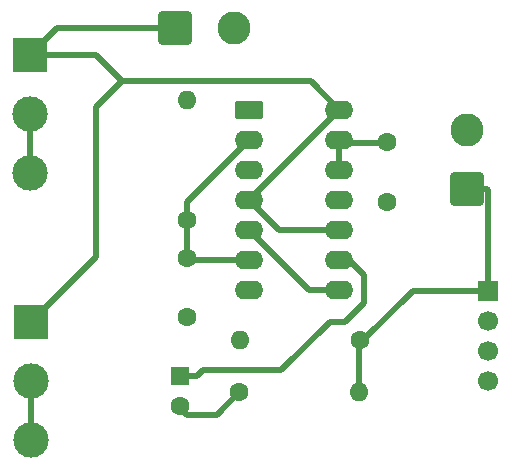
<source format=gbr>
%TF.GenerationSoftware,KiCad,Pcbnew,9.99.0-578-g4ef0d3554e*%
%TF.CreationDate,2025-04-09T17:12:27-04:00*%
%TF.ProjectId,APC,4150432e-6b69-4636-9164-5f7063625858,rev?*%
%TF.SameCoordinates,Original*%
%TF.FileFunction,Copper,L2,Bot*%
%TF.FilePolarity,Positive*%
%FSLAX46Y46*%
G04 Gerber Fmt 4.6, Leading zero omitted, Abs format (unit mm)*
G04 Created by KiCad (PCBNEW 9.99.0-578-g4ef0d3554e) date 2025-04-09 17:12:27*
%MOMM*%
%LPD*%
G01*
G04 APERTURE LIST*
G04 Aperture macros list*
%AMRoundRect*
0 Rectangle with rounded corners*
0 $1 Rounding radius*
0 $2 $3 $4 $5 $6 $7 $8 $9 X,Y pos of 4 corners*
0 Add a 4 corners polygon primitive as box body*
4,1,4,$2,$3,$4,$5,$6,$7,$8,$9,$2,$3,0*
0 Add four circle primitives for the rounded corners*
1,1,$1+$1,$2,$3*
1,1,$1+$1,$4,$5*
1,1,$1+$1,$6,$7*
1,1,$1+$1,$8,$9*
0 Add four rect primitives between the rounded corners*
20,1,$1+$1,$2,$3,$4,$5,0*
20,1,$1+$1,$4,$5,$6,$7,0*
20,1,$1+$1,$6,$7,$8,$9,0*
20,1,$1+$1,$8,$9,$2,$3,0*%
G04 Aperture macros list end*
%TA.AperFunction,ComponentPad*%
%ADD10RoundRect,0.250001X-1.149999X-1.149999X1.149999X-1.149999X1.149999X1.149999X-1.149999X1.149999X0*%
%TD*%
%TA.AperFunction,ComponentPad*%
%ADD11C,2.800000*%
%TD*%
%TA.AperFunction,ComponentPad*%
%ADD12R,1.600000X1.600000*%
%TD*%
%TA.AperFunction,ComponentPad*%
%ADD13C,1.600000*%
%TD*%
%TA.AperFunction,ComponentPad*%
%ADD14RoundRect,0.250001X1.149999X-1.149999X1.149999X1.149999X-1.149999X1.149999X-1.149999X-1.149999X0*%
%TD*%
%TA.AperFunction,ComponentPad*%
%ADD15R,3.000000X3.000000*%
%TD*%
%TA.AperFunction,ComponentPad*%
%ADD16C,3.000000*%
%TD*%
%TA.AperFunction,ComponentPad*%
%ADD17RoundRect,0.250000X-0.950000X-0.550000X0.950000X-0.550000X0.950000X0.550000X-0.950000X0.550000X0*%
%TD*%
%TA.AperFunction,ComponentPad*%
%ADD18O,2.400000X1.600000*%
%TD*%
%TA.AperFunction,ComponentPad*%
%ADD19O,1.600000X1.600000*%
%TD*%
%TA.AperFunction,ComponentPad*%
%ADD20C,1.700000*%
%TD*%
%TA.AperFunction,ComponentPad*%
%ADD21R,1.700000X1.700000*%
%TD*%
%TA.AperFunction,Conductor*%
%ADD22C,0.500000*%
%TD*%
G04 APERTURE END LIST*
D10*
%TO.P,J3,1,Pin_1*%
%TO.N,+9V*%
X120750000Y-67667500D03*
D11*
%TO.P,J3,2,Pin_2*%
%TO.N,GND*%
X125750000Y-67667500D03*
%TD*%
D12*
%TO.P,C3,1*%
%TO.N,Net-(U1B-Q)*%
X121200000Y-97200000D03*
D13*
%TO.P,C3,2*%
%TO.N,Net-(C3-Pad2)*%
X121200000Y-99700000D03*
%TD*%
D14*
%TO.P,J1,1,Pin_1*%
%TO.N,Net-(J1-Pin_1)*%
X145500000Y-81350000D03*
D11*
%TO.P,J1,2,Pin_2*%
%TO.N,GND*%
X145500000Y-76350000D03*
%TD*%
D15*
%TO.P,RV2,1,1*%
%TO.N,+9V*%
X108600000Y-92600000D03*
D16*
%TO.P,RV2,2,2*%
%TO.N,Net-(U1B-DIS)*%
X108600000Y-97600000D03*
%TO.P,RV2,3,3*%
X108600000Y-102600000D03*
%TD*%
D15*
%TO.P,RV1,1,1*%
%TO.N,+9V*%
X108500000Y-70000000D03*
D16*
%TO.P,RV1,2,2*%
%TO.N,Net-(U1A-DIS)*%
X108500000Y-75000000D03*
%TO.P,RV1,3,3*%
X108500000Y-80000000D03*
%TD*%
D13*
%TO.P,C2,1*%
%TO.N,Net-(U1B-DIS)*%
X138700000Y-77400000D03*
%TO.P,C2,2*%
%TO.N,GND*%
X138700000Y-82400000D03*
%TD*%
%TO.P,C1,1*%
%TO.N,Net-(U1A-THR)*%
X121800000Y-87160000D03*
%TO.P,C1,2*%
%TO.N,GND*%
X121800000Y-92160000D03*
%TD*%
D17*
%TO.P,U1,1,DIS*%
%TO.N,Net-(U1A-DIS)*%
X127080000Y-74620000D03*
D18*
%TO.P,U1,2,THR*%
%TO.N,Net-(U1A-THR)*%
X127080000Y-77160000D03*
%TO.P,U1,3,CV*%
%TO.N,unconnected-(U1A-CV-Pad3)*%
X127080000Y-79700000D03*
%TO.P,U1,4,R*%
%TO.N,+9V*%
X127080000Y-82240000D03*
%TO.P,U1,5,Q*%
%TO.N,Net-(U1A-Q)*%
X127080000Y-84780000D03*
%TO.P,U1,6,TR*%
%TO.N,Net-(U1A-THR)*%
X127080000Y-87320000D03*
%TO.P,U1,7,GND*%
%TO.N,GND*%
X127080000Y-89860000D03*
%TO.P,U1,8,TR*%
%TO.N,Net-(U1A-Q)*%
X134700000Y-89860000D03*
%TO.P,U1,9,Q*%
%TO.N,Net-(U1B-Q)*%
X134700000Y-87320000D03*
%TO.P,U1,10,R*%
%TO.N,+9V*%
X134700000Y-84780000D03*
%TO.P,U1,11,CV*%
%TO.N,unconnected-(U1B-CV-Pad11)*%
X134700000Y-82240000D03*
%TO.P,U1,12,THR*%
%TO.N,Net-(U1B-DIS)*%
X134700000Y-79700000D03*
%TO.P,U1,13,DIS*%
X134700000Y-77160000D03*
%TO.P,U1,14,VCC*%
%TO.N,+9V*%
X134700000Y-74620000D03*
%TD*%
D13*
%TO.P,R3,1*%
%TO.N,Net-(U1A-THR)*%
X121800000Y-83940000D03*
D19*
%TO.P,R3,2*%
%TO.N,Net-(U1A-DIS)*%
X121800000Y-73780000D03*
%TD*%
D13*
%TO.P,R2,1*%
%TO.N,Net-(C3-Pad2)*%
X126240000Y-98560000D03*
D19*
%TO.P,R2,2*%
%TO.N,Net-(J1-Pin_1)*%
X136400000Y-98560000D03*
%TD*%
D13*
%TO.P,R1,1*%
%TO.N,Net-(J1-Pin_1)*%
X136480000Y-94160000D03*
D19*
%TO.P,R1,2*%
%TO.N,GND*%
X126320000Y-94160000D03*
%TD*%
D20*
%TO.P,J2,4,Pin_4*%
%TO.N,GND*%
X147300000Y-97600000D03*
%TO.P,J2,3,Pin_3*%
%TO.N,unconnected-(J2-Pin_3-Pad3)*%
X147300000Y-95060000D03*
%TO.P,J2,2,Pin_2*%
%TO.N,unconnected-(J2-Pin_2-Pad2)*%
X147300000Y-92520000D03*
D21*
%TO.P,J2,1,Pin_1*%
%TO.N,Net-(J1-Pin_1)*%
X147300000Y-89980000D03*
%TD*%
D22*
%TO.N,+9V*%
X114100000Y-87100000D02*
X114100000Y-74400000D01*
X114100000Y-74400000D02*
X116300000Y-72200000D01*
X108500000Y-70000000D02*
X114100000Y-70000000D01*
X114100000Y-70000000D02*
X116300000Y-72200000D01*
X108500000Y-70000000D02*
X110832500Y-67667500D01*
X110832500Y-67667500D02*
X120750000Y-67667500D01*
X116300000Y-72200000D02*
X132280000Y-72200000D01*
X132280000Y-72200000D02*
X134700000Y-74620000D01*
%TO.N,Net-(J1-Pin_1)*%
X147300000Y-89980000D02*
X147300000Y-81417500D01*
X147232500Y-81350000D02*
X145500000Y-81350000D01*
X147300000Y-81417500D02*
X147232500Y-81350000D01*
%TO.N,Net-(U1B-DIS)*%
X138700000Y-77400000D02*
X138640000Y-77460000D01*
X138640000Y-77460000D02*
X135000000Y-77460000D01*
%TO.N,Net-(C3-Pad2)*%
X124340000Y-100460000D02*
X121840000Y-100460000D01*
%TO.N,Net-(U1B-Q)*%
X123140000Y-96700000D02*
X129800000Y-96700000D01*
X135520000Y-87320000D02*
X134700000Y-87320000D01*
X129800000Y-96700000D02*
X133900000Y-92600000D01*
X121200000Y-97200000D02*
X122640000Y-97200000D01*
X135200000Y-92600000D02*
X136800000Y-91000000D01*
X122640000Y-97200000D02*
X123140000Y-96700000D01*
X133900000Y-92600000D02*
X135200000Y-92600000D01*
X136800000Y-91000000D02*
X136800000Y-88600000D01*
X136800000Y-88600000D02*
X135520000Y-87320000D01*
%TO.N,Net-(C3-Pad2)*%
X126240000Y-98560000D02*
X124340000Y-100460000D01*
X121840000Y-100460000D02*
X121200000Y-99820000D01*
X121200000Y-99820000D02*
X121200000Y-99700000D01*
%TO.N,Net-(U1A-THR)*%
X121800000Y-83940000D02*
X121800000Y-82440000D01*
X121800000Y-82440000D02*
X127080000Y-77160000D01*
X121800000Y-83940000D02*
X121800000Y-87160000D01*
X127080000Y-87320000D02*
X121960000Y-87320000D01*
X121960000Y-87320000D02*
X121800000Y-87160000D01*
%TO.N,Net-(U1A-Q)*%
X134700000Y-89860000D02*
X132160000Y-89860000D01*
X132160000Y-89860000D02*
X127080000Y-84780000D01*
%TO.N,Net-(U1B-DIS)*%
X134700000Y-79700000D02*
X134700000Y-77760000D01*
X134700000Y-77760000D02*
X135000000Y-77460000D01*
X135000000Y-77460000D02*
X134700000Y-77160000D01*
%TO.N,Net-(J1-Pin_1)*%
X136400000Y-98560000D02*
X136400000Y-94240000D01*
X136400000Y-94240000D02*
X136480000Y-94160000D01*
%TO.N,Net-(U1B-DIS)*%
X108600000Y-97600000D02*
X108600000Y-102600000D01*
%TO.N,Net-(U1A-DIS)*%
X108500000Y-75000000D02*
X108500000Y-80000000D01*
%TO.N,+9V*%
X108600000Y-92600000D02*
X114100000Y-87100000D01*
X134700000Y-84780000D02*
X129620000Y-84780000D01*
X129620000Y-84780000D02*
X127080000Y-82240000D01*
X127080000Y-82240000D02*
X134700000Y-74620000D01*
%TO.N,Net-(J1-Pin_1)*%
X136480000Y-94160000D02*
X136740000Y-94160000D01*
X140920000Y-89980000D02*
X147300000Y-89980000D01*
X136740000Y-94160000D02*
X140920000Y-89980000D01*
%TD*%
M02*

</source>
